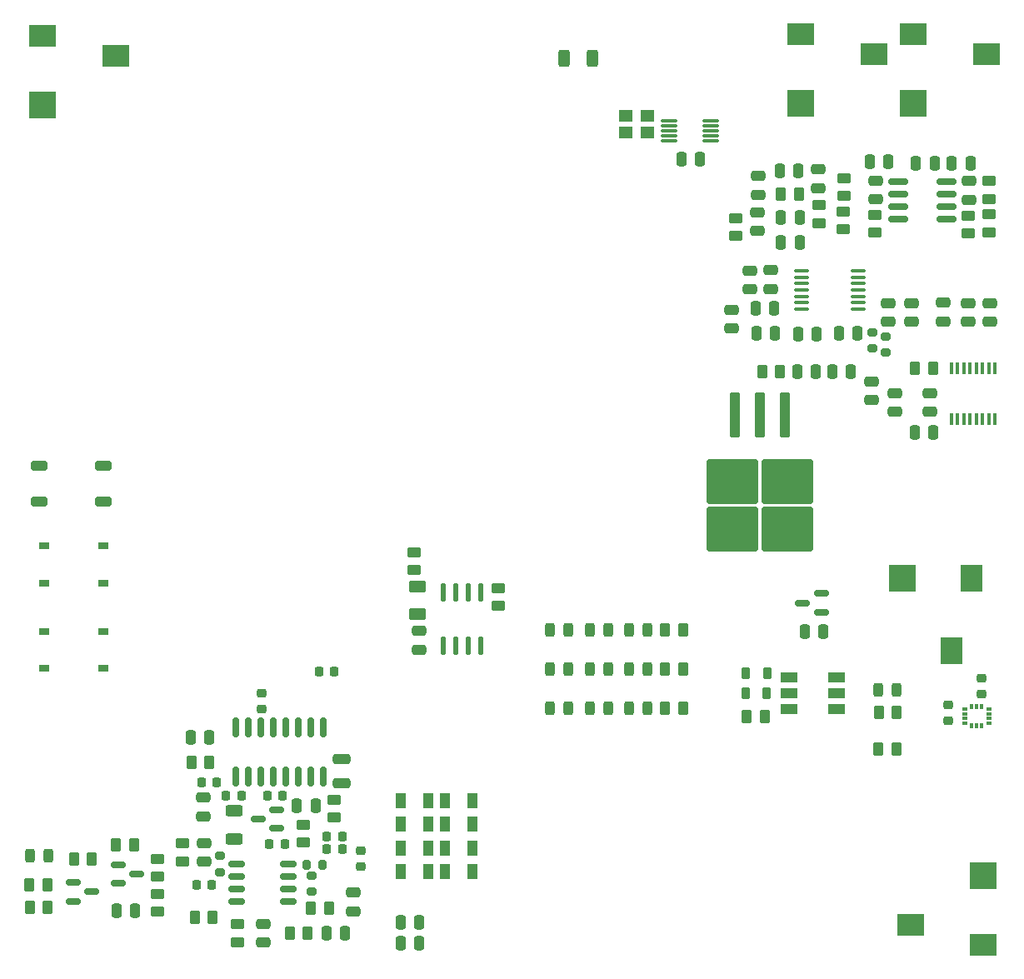
<source format=gbr>
%TF.GenerationSoftware,KiCad,Pcbnew,8.0.4+dfsg-1*%
%TF.CreationDate,2025-02-20T19:36:53-08:00*%
%TF.ProjectId,Audio_in_usd_sound_rp_pico,41756469-6f5f-4696-9e5f-7573645f736f,v0.3.0*%
%TF.SameCoordinates,Original*%
%TF.FileFunction,Paste,Top*%
%TF.FilePolarity,Positive*%
%FSLAX46Y46*%
G04 Gerber Fmt 4.6, Leading zero omitted, Abs format (unit mm)*
G04 Created by KiCad (PCBNEW 8.0.4+dfsg-1) date 2025-02-20 19:36:53*
%MOMM*%
%LPD*%
G01*
G04 APERTURE LIST*
G04 Aperture macros list*
%AMRoundRect*
0 Rectangle with rounded corners*
0 $1 Rounding radius*
0 $2 $3 $4 $5 $6 $7 $8 $9 X,Y pos of 4 corners*
0 Add a 4 corners polygon primitive as box body*
4,1,4,$2,$3,$4,$5,$6,$7,$8,$9,$2,$3,0*
0 Add four circle primitives for the rounded corners*
1,1,$1+$1,$2,$3*
1,1,$1+$1,$4,$5*
1,1,$1+$1,$6,$7*
1,1,$1+$1,$8,$9*
0 Add four rect primitives between the rounded corners*
20,1,$1+$1,$2,$3,$4,$5,0*
20,1,$1+$1,$4,$5,$6,$7,0*
20,1,$1+$1,$6,$7,$8,$9,0*
20,1,$1+$1,$8,$9,$2,$3,0*%
G04 Aperture macros list end*
%ADD10R,0.576580X0.351536*%
%ADD11R,0.351536X0.576580*%
%ADD12R,2.800000X2.800000*%
%ADD13R,2.200000X2.800000*%
%ADD14R,2.800000X2.200000*%
%ADD15RoundRect,0.225000X-0.250000X0.225000X-0.250000X-0.225000X0.250000X-0.225000X0.250000X0.225000X0*%
%ADD16RoundRect,0.200000X-0.275000X0.200000X-0.275000X-0.200000X0.275000X-0.200000X0.275000X0.200000X0*%
%ADD17RoundRect,0.200000X0.275000X-0.200000X0.275000X0.200000X-0.275000X0.200000X-0.275000X-0.200000X0*%
%ADD18RoundRect,0.225000X0.225000X0.250000X-0.225000X0.250000X-0.225000X-0.250000X0.225000X-0.250000X0*%
%ADD19RoundRect,0.225000X0.250000X-0.225000X0.250000X0.225000X-0.250000X0.225000X-0.250000X-0.225000X0*%
%ADD20RoundRect,0.225000X-0.225000X-0.250000X0.225000X-0.250000X0.225000X0.250000X-0.225000X0.250000X0*%
%ADD21RoundRect,0.200000X-0.200000X-0.275000X0.200000X-0.275000X0.200000X0.275000X-0.200000X0.275000X0*%
%ADD22RoundRect,0.250000X0.475000X-0.250000X0.475000X0.250000X-0.475000X0.250000X-0.475000X-0.250000X0*%
%ADD23RoundRect,0.248780X-0.451220X0.261220X-0.451220X-0.261220X0.451220X-0.261220X0.451220X0.261220X0*%
%ADD24RoundRect,0.150000X-0.675000X-0.150000X0.675000X-0.150000X0.675000X0.150000X-0.675000X0.150000X0*%
%ADD25RoundRect,0.250000X-0.300000X-0.550000X0.300000X-0.550000X0.300000X0.550000X-0.300000X0.550000X0*%
%ADD26RoundRect,0.250000X-0.450000X0.262500X-0.450000X-0.262500X0.450000X-0.262500X0.450000X0.262500X0*%
%ADD27RoundRect,0.248780X0.261220X0.451220X-0.261220X0.451220X-0.261220X-0.451220X0.261220X-0.451220X0*%
%ADD28RoundRect,0.218750X-0.218750X-0.381250X0.218750X-0.381250X0.218750X0.381250X-0.218750X0.381250X0*%
%ADD29RoundRect,0.248780X-0.261220X-0.451220X0.261220X-0.451220X0.261220X0.451220X-0.261220X0.451220X0*%
%ADD30RoundRect,0.250000X-0.262500X-0.450000X0.262500X-0.450000X0.262500X0.450000X-0.262500X0.450000X0*%
%ADD31RoundRect,0.250000X-0.475000X0.250000X-0.475000X-0.250000X0.475000X-0.250000X0.475000X0.250000X0*%
%ADD32RoundRect,0.250000X0.262500X0.450000X-0.262500X0.450000X-0.262500X-0.450000X0.262500X-0.450000X0*%
%ADD33RoundRect,0.250000X0.450000X-0.262500X0.450000X0.262500X-0.450000X0.262500X-0.450000X-0.262500X0*%
%ADD34RoundRect,0.250000X-0.250000X-0.475000X0.250000X-0.475000X0.250000X0.475000X-0.250000X0.475000X0*%
%ADD35RoundRect,0.248780X0.451220X-0.261220X0.451220X0.261220X-0.451220X0.261220X-0.451220X-0.261220X0*%
%ADD36RoundRect,0.150000X-0.590000X-0.150000X0.590000X-0.150000X0.590000X0.150000X-0.590000X0.150000X0*%
%ADD37RoundRect,0.242500X-0.242500X-0.457500X0.242500X-0.457500X0.242500X0.457500X-0.242500X0.457500X0*%
%ADD38RoundRect,0.243750X-0.243750X-0.456250X0.243750X-0.456250X0.243750X0.456250X-0.243750X0.456250X0*%
%ADD39RoundRect,0.100000X-0.637500X-0.100000X0.637500X-0.100000X0.637500X0.100000X-0.637500X0.100000X0*%
%ADD40RoundRect,0.250000X0.250000X0.475000X-0.250000X0.475000X-0.250000X-0.475000X0.250000X-0.475000X0*%
%ADD41R,1.000000X0.750000*%
%ADD42RoundRect,0.250000X-0.650000X-0.250000X0.650000X-0.250000X0.650000X0.250000X-0.650000X0.250000X0*%
%ADD43RoundRect,0.150000X0.587500X0.150000X-0.587500X0.150000X-0.587500X-0.150000X0.587500X-0.150000X0*%
%ADD44RoundRect,0.150000X0.590000X0.150000X-0.590000X0.150000X-0.590000X-0.150000X0.590000X-0.150000X0*%
%ADD45O,0.570000X1.950000*%
%ADD46RoundRect,0.087500X-0.725000X-0.087500X0.725000X-0.087500X0.725000X0.087500X-0.725000X0.087500X0*%
%ADD47R,1.800000X1.100000*%
%ADD48RoundRect,0.250000X-0.312500X-0.625000X0.312500X-0.625000X0.312500X0.625000X-0.312500X0.625000X0*%
%ADD49R,1.400000X1.200000*%
%ADD50R,0.400000X1.200000*%
%ADD51RoundRect,0.250000X-0.300000X2.050000X-0.300000X-2.050000X0.300000X-2.050000X0.300000X2.050000X0*%
%ADD52RoundRect,0.250000X-2.375000X2.025000X-2.375000X-2.025000X2.375000X-2.025000X2.375000X2.025000X0*%
%ADD53RoundRect,0.250000X0.625000X-0.312500X0.625000X0.312500X-0.625000X0.312500X-0.625000X-0.312500X0*%
%ADD54RoundRect,0.250000X0.600000X0.250000X-0.600000X0.250000X-0.600000X-0.250000X0.600000X-0.250000X0*%
%ADD55RoundRect,0.150000X-0.150000X0.825000X-0.150000X-0.825000X0.150000X-0.825000X0.150000X0.825000X0*%
%ADD56RoundRect,0.250000X-0.625000X0.375000X-0.625000X-0.375000X0.625000X-0.375000X0.625000X0.375000X0*%
%ADD57RoundRect,0.150000X-0.825000X-0.150000X0.825000X-0.150000X0.825000X0.150000X-0.825000X0.150000X0*%
G04 APERTURE END LIST*
D10*
%TO.C,U1*%
X186330300Y-121325001D03*
X186330300Y-120825000D03*
X186330300Y-120325000D03*
X186330300Y-119824999D03*
D11*
X185619999Y-119618700D03*
X185120000Y-119618700D03*
X184620001Y-119618700D03*
D10*
X183909700Y-119824999D03*
X183909700Y-120325000D03*
X183909700Y-120825000D03*
X183909700Y-121325001D03*
D11*
X184620001Y-121531300D03*
X185120000Y-121531300D03*
X185619999Y-121531300D03*
%TD*%
D12*
%TO.C,J17*%
X177590000Y-106545000D03*
D13*
X184590000Y-106545000D03*
X182590000Y-113945000D03*
%TD*%
D14*
%TO.C,J16*%
X178380000Y-141815000D03*
X185780000Y-143815000D03*
D12*
X185780000Y-136815000D03*
%TD*%
D14*
%TO.C,J15*%
X97600000Y-53445000D03*
X90200000Y-51445000D03*
D12*
X90200000Y-58445000D03*
%TD*%
D14*
%TO.C,J12*%
X186100000Y-53275000D03*
X178700000Y-51275000D03*
D12*
X178700000Y-58275000D03*
%TD*%
D14*
%TO.C,J1*%
X174660000Y-53275000D03*
X167260000Y-51275000D03*
D12*
X167260000Y-58275000D03*
%TD*%
D15*
%TO.C,C47*%
X185650000Y-116735000D03*
X185650000Y-118295000D03*
%TD*%
D16*
%TO.C,R11*%
X175890000Y-81965000D03*
X175890000Y-83605000D03*
%TD*%
D17*
%TO.C,R1*%
X174490000Y-83185000D03*
X174490000Y-81545000D03*
%TD*%
D18*
%TO.C,C41*%
X110400000Y-128665000D03*
X108840000Y-128665000D03*
%TD*%
D19*
%TO.C,C2*%
X182190000Y-121015000D03*
X182190000Y-119455000D03*
%TD*%
D20*
%TO.C,C52*%
X106358000Y-127313000D03*
X107918000Y-127313000D03*
%TD*%
D19*
%TO.C,C38*%
X122570000Y-135812107D03*
X122570000Y-134252107D03*
%TD*%
D21*
%TO.C,R22*%
X116994000Y-135675000D03*
X118634000Y-135675000D03*
%TD*%
D16*
%TO.C,R20*%
X117510000Y-136795000D03*
X117510000Y-138435000D03*
%TD*%
%TO.C,R10*%
X108240000Y-134775000D03*
X108240000Y-136415000D03*
%TD*%
D20*
%TO.C,C43*%
X119100000Y-132800000D03*
X120660000Y-132800000D03*
%TD*%
D18*
%TO.C,C37*%
X114595000Y-128630000D03*
X113035000Y-128630000D03*
%TD*%
D15*
%TO.C,C36*%
X112480000Y-118277000D03*
X112480000Y-119837000D03*
%TD*%
D18*
%TO.C,C35*%
X107390000Y-137725000D03*
X105830000Y-137725000D03*
%TD*%
%TO.C,C34*%
X114790000Y-133575000D03*
X113230000Y-133575000D03*
%TD*%
%TO.C,C54*%
X120644000Y-134061000D03*
X119084000Y-134061000D03*
%TD*%
D22*
%TO.C,C57*%
X160250000Y-81175000D03*
X160250000Y-79275000D03*
%TD*%
D23*
%TO.C,R43*%
X160660000Y-69975000D03*
X160660000Y-71795000D03*
%TD*%
D24*
%TO.C,U9*%
X109945000Y-135585000D03*
X109945000Y-136855000D03*
X109945000Y-138125000D03*
X109945000Y-139395000D03*
X115195000Y-139395000D03*
X115195000Y-138125000D03*
X115195000Y-136855000D03*
X115195000Y-135585000D03*
%TD*%
D25*
%TO.C,D5*%
X126560000Y-133975000D03*
X129360000Y-133975000D03*
%TD*%
D26*
%TO.C,R35*%
X136460000Y-107562500D03*
X136460000Y-109387500D03*
%TD*%
D27*
%TO.C,R42*%
X176950000Y-123955000D03*
X175130000Y-123955000D03*
%TD*%
D28*
%TO.C,R32*%
X161635000Y-118275000D03*
X163760000Y-118275000D03*
%TD*%
D29*
%TO.C,R5*%
X88910000Y-140025000D03*
X90730000Y-140025000D03*
%TD*%
D22*
%TO.C,C40*%
X112610000Y-143600000D03*
X112610000Y-141700000D03*
%TD*%
D30*
%TO.C,R27*%
X115317500Y-142645000D03*
X117142500Y-142645000D03*
%TD*%
D31*
%TO.C,C7*%
X162900000Y-65705000D03*
X162900000Y-67605000D03*
%TD*%
D32*
%TO.C,R3*%
X167030000Y-67510000D03*
X165205000Y-67510000D03*
%TD*%
D33*
%TO.C,R19*%
X104410000Y-135337500D03*
X104410000Y-133512500D03*
%TD*%
D34*
%TO.C,C4*%
X165100000Y-65120000D03*
X167000000Y-65120000D03*
%TD*%
D35*
%TO.C,R18*%
X171620000Y-67735000D03*
X171620000Y-65915000D03*
%TD*%
D36*
%TO.C,Q1*%
X93330000Y-137475000D03*
X93330000Y-139375000D03*
X95210000Y-138425000D03*
%TD*%
D37*
%TO.C,D1*%
X88880000Y-134725000D03*
X90760000Y-134725000D03*
%TD*%
D34*
%TO.C,C50*%
X126600000Y-143635000D03*
X128500000Y-143635000D03*
%TD*%
D22*
%TO.C,C20*%
X174400000Y-88465000D03*
X174400000Y-86565000D03*
%TD*%
D38*
%TO.C,D17*%
X145772500Y-115815000D03*
X147647500Y-115815000D03*
%TD*%
D22*
%TO.C,C11*%
X162850000Y-71275000D03*
X162850000Y-69375000D03*
%TD*%
D25*
%TO.C,D12*%
X131060000Y-131575000D03*
X133860000Y-131575000D03*
%TD*%
D31*
%TO.C,C33*%
X106590000Y-135365000D03*
X106590000Y-133465000D03*
%TD*%
D29*
%TO.C,R30*%
X105310000Y-125235000D03*
X107130000Y-125235000D03*
%TD*%
D34*
%TO.C,C32*%
X174240000Y-64255000D03*
X176140000Y-64255000D03*
%TD*%
D39*
%TO.C,U2*%
X167350000Y-75320000D03*
X167350000Y-75970000D03*
X167350000Y-76620000D03*
X167350000Y-77270000D03*
X167350000Y-77920000D03*
X167350000Y-78570000D03*
X167350000Y-79220000D03*
X173075000Y-79220000D03*
X173075000Y-78570000D03*
X173075000Y-77920000D03*
X173075000Y-77270000D03*
X173075000Y-76620000D03*
X173075000Y-75970000D03*
X173075000Y-75320000D03*
%TD*%
D40*
%TO.C,C17*%
X99610000Y-140325000D03*
X97710000Y-140325000D03*
%TD*%
D22*
%TO.C,C12*%
X164215000Y-77165000D03*
X164215000Y-75265000D03*
%TD*%
%TO.C,C28*%
X184320000Y-68115000D03*
X184320000Y-66215000D03*
%TD*%
D32*
%TO.C,R12*%
X180660000Y-85245000D03*
X178835000Y-85245000D03*
%TD*%
D41*
%TO.C,SW1*%
X90390000Y-111990000D03*
X96390000Y-111990000D03*
X90390000Y-115740000D03*
X96390000Y-115740000D03*
%TD*%
D42*
%TO.C,X1*%
X120585000Y-124910000D03*
X120585000Y-127410000D03*
%TD*%
D30*
%TO.C,R34*%
X161760000Y-120575000D03*
X163585000Y-120575000D03*
%TD*%
D31*
%TO.C,C44*%
X121750000Y-138485000D03*
X121750000Y-140385000D03*
%TD*%
D38*
%TO.C,D14*%
X141772500Y-115815000D03*
X143647500Y-115815000D03*
%TD*%
D35*
%TO.C,R29*%
X116680000Y-133425000D03*
X116680000Y-131605000D03*
%TD*%
D34*
%TO.C,C49*%
X126560000Y-141495000D03*
X128460000Y-141495000D03*
%TD*%
%TO.C,C46*%
X105260000Y-122745000D03*
X107160000Y-122745000D03*
%TD*%
D29*
%TO.C,R8*%
X97660000Y-133675000D03*
X99480000Y-133675000D03*
%TD*%
D31*
%TO.C,C21*%
X181690000Y-78565000D03*
X181690000Y-80465000D03*
%TD*%
%TO.C,C39*%
X106550000Y-128835000D03*
X106550000Y-130735000D03*
%TD*%
D41*
%TO.C,SW2*%
X90330000Y-103290000D03*
X96330000Y-103290000D03*
X90330000Y-107040000D03*
X96330000Y-107040000D03*
%TD*%
D26*
%TO.C,R23*%
X109960000Y-141700000D03*
X109960000Y-143525000D03*
%TD*%
D22*
%TO.C,C26*%
X176140000Y-80495000D03*
X176140000Y-78595000D03*
%TD*%
D34*
%TO.C,C56*%
X170425000Y-85550000D03*
X172325000Y-85550000D03*
%TD*%
%TO.C,C30*%
X178930000Y-64355000D03*
X180830000Y-64355000D03*
%TD*%
D30*
%TO.C,R25*%
X117455000Y-140115000D03*
X119280000Y-140115000D03*
%TD*%
D26*
%TO.C,R2*%
X169060000Y-68660000D03*
X169060000Y-70485000D03*
%TD*%
D43*
%TO.C,U5*%
X169310000Y-110025000D03*
X169310000Y-108125000D03*
X167435000Y-109075000D03*
%TD*%
D36*
%TO.C,Q2*%
X97880000Y-135675000D03*
X97880000Y-137575000D03*
X99760000Y-136625000D03*
%TD*%
D29*
%TO.C,R4*%
X88860000Y-137675000D03*
X90680000Y-137675000D03*
%TD*%
D22*
%TO.C,C23*%
X176810000Y-89635000D03*
X176810000Y-87735000D03*
%TD*%
D34*
%TO.C,C14*%
X162710000Y-81685000D03*
X164610000Y-81685000D03*
%TD*%
D38*
%TO.C,D20*%
X149797500Y-115815000D03*
X151672500Y-115815000D03*
%TD*%
D22*
%TO.C,C19*%
X180380000Y-89665000D03*
X180380000Y-87765000D03*
%TD*%
D25*
%TO.C,D8*%
X131060000Y-129175000D03*
X133860000Y-129175000D03*
%TD*%
D38*
%TO.C,D18*%
X145772500Y-119790000D03*
X147647500Y-119790000D03*
%TD*%
D25*
%TO.C,D10*%
X131060000Y-136375000D03*
X133860000Y-136375000D03*
%TD*%
D44*
%TO.C,Q3*%
X114010000Y-131975000D03*
X114010000Y-130075000D03*
X112130000Y-131025000D03*
%TD*%
D35*
%TO.C,R9*%
X101860000Y-140445000D03*
X101860000Y-138625000D03*
%TD*%
D22*
%TO.C,C27*%
X186460000Y-80495000D03*
X186460000Y-78595000D03*
%TD*%
D34*
%TO.C,C9*%
X165240000Y-72425000D03*
X167140000Y-72425000D03*
%TD*%
D40*
%TO.C,C6*%
X167140000Y-69885000D03*
X165240000Y-69885000D03*
%TD*%
D45*
%TO.C,U13*%
X130930000Y-113405000D03*
X132200000Y-113405000D03*
X133480000Y-113405000D03*
X134750000Y-113405000D03*
X134750000Y-107985000D03*
X133480000Y-107985000D03*
X132200000Y-107985000D03*
X130930000Y-107985000D03*
%TD*%
D33*
%TO.C,R36*%
X127970000Y-105755000D03*
X127970000Y-103930000D03*
%TD*%
D29*
%TO.C,R7*%
X93390000Y-135125000D03*
X95210000Y-135125000D03*
%TD*%
D32*
%TO.C,R39*%
X155297500Y-111815000D03*
X153472500Y-111815000D03*
%TD*%
D29*
%TO.C,R31*%
X175170000Y-120215000D03*
X176990000Y-120215000D03*
%TD*%
D34*
%TO.C,C18*%
X178800000Y-91735000D03*
X180700000Y-91735000D03*
%TD*%
D38*
%TO.C,D19*%
X149772500Y-111815000D03*
X151647500Y-111815000D03*
%TD*%
D35*
%TO.C,R14*%
X184270000Y-71525000D03*
X184270000Y-69705000D03*
%TD*%
D38*
%TO.C,D15*%
X141772500Y-119790000D03*
X143647500Y-119790000D03*
%TD*%
D46*
%TO.C,U4*%
X153895000Y-60105000D03*
X153895000Y-60605000D03*
X153895000Y-61105000D03*
X153895000Y-61605000D03*
X153895000Y-62105000D03*
X158120000Y-62105000D03*
X158120000Y-61605000D03*
X158120000Y-61105000D03*
X158120000Y-60605000D03*
X158120000Y-60105000D03*
%TD*%
D38*
%TO.C,D21*%
X149772500Y-119790000D03*
X151647500Y-119790000D03*
%TD*%
D47*
%TO.C,D4*%
X166060000Y-116675000D03*
X166060000Y-118275000D03*
X166060000Y-119875000D03*
X170860000Y-119875000D03*
X170860000Y-118275000D03*
X170860000Y-116675000D03*
%TD*%
D34*
%TO.C,C8*%
X166940000Y-81725000D03*
X168840000Y-81725000D03*
%TD*%
D48*
%TO.C,R38*%
X143165000Y-53735000D03*
X146090000Y-53735000D03*
%TD*%
D40*
%TO.C,C24*%
X173010000Y-81685000D03*
X171110000Y-81685000D03*
%TD*%
D35*
%TO.C,R15*%
X174780000Y-71445000D03*
X174780000Y-69625000D03*
%TD*%
%TO.C,R17*%
X186360000Y-68005000D03*
X186360000Y-66185000D03*
%TD*%
D40*
%TO.C,C16*%
X169560000Y-111975000D03*
X167660000Y-111975000D03*
%TD*%
D35*
%TO.C,R13*%
X186360000Y-71395000D03*
X186360000Y-69575000D03*
%TD*%
D38*
%TO.C,D13*%
X141772500Y-111815000D03*
X143647500Y-111815000D03*
%TD*%
D40*
%TO.C,C42*%
X120930000Y-142645000D03*
X119030000Y-142645000D03*
%TD*%
D32*
%TO.C,R21*%
X107480000Y-140985000D03*
X105655000Y-140985000D03*
%TD*%
D22*
%TO.C,C25*%
X184240000Y-80485000D03*
X184240000Y-78585000D03*
%TD*%
D35*
%TO.C,R6*%
X101910000Y-136875000D03*
X101910000Y-135055000D03*
%TD*%
D37*
%TO.C,D3*%
X175130000Y-117925000D03*
X177010000Y-117925000D03*
%TD*%
D35*
%TO.C,R16*%
X171580000Y-71115000D03*
X171580000Y-69295000D03*
%TD*%
D49*
%TO.C,Y1*%
X149420000Y-61305000D03*
X151620000Y-61305000D03*
X151620000Y-59605000D03*
X149420000Y-59605000D03*
%TD*%
D50*
%TO.C,U7*%
X182545000Y-90385000D03*
X183180000Y-90385000D03*
X183815000Y-90385000D03*
X184450000Y-90385000D03*
X185085000Y-90385000D03*
X185720000Y-90385000D03*
X186355000Y-90385000D03*
X186990000Y-90385000D03*
X186990000Y-85185000D03*
X186355000Y-85185000D03*
X185720000Y-85185000D03*
X185085000Y-85185000D03*
X184450000Y-85185000D03*
X183815000Y-85185000D03*
X183180000Y-85185000D03*
X182545000Y-85185000D03*
%TD*%
D51*
%TO.C,U17*%
X165605000Y-90004000D03*
X163065000Y-90004000D03*
D52*
X165840000Y-96729000D03*
X160290000Y-96729000D03*
X165840000Y-101579000D03*
X160290000Y-101579000D03*
D51*
X160525000Y-90004000D03*
%TD*%
D53*
%TO.C,R24*%
X109630000Y-133100000D03*
X109630000Y-130175000D03*
%TD*%
D25*
%TO.C,D6*%
X131060000Y-133975000D03*
X133860000Y-133975000D03*
%TD*%
D34*
%TO.C,C10*%
X162625000Y-79145000D03*
X164525000Y-79145000D03*
%TD*%
D40*
%TO.C,C55*%
X168795000Y-85530000D03*
X166895000Y-85530000D03*
%TD*%
D31*
%TO.C,C22*%
X178530000Y-78605000D03*
X178530000Y-80505000D03*
%TD*%
D38*
%TO.C,D16*%
X145772500Y-111815000D03*
X147647500Y-111815000D03*
%TD*%
D32*
%TO.C,R41*%
X155272500Y-119790000D03*
X153447500Y-119790000D03*
%TD*%
D28*
%TO.C,R33*%
X161685000Y-116175000D03*
X163810000Y-116175000D03*
%TD*%
D25*
%TO.C,D7*%
X126560000Y-129175000D03*
X129360000Y-129175000D03*
%TD*%
D34*
%TO.C,C31*%
X182570000Y-64395000D03*
X184470000Y-64395000D03*
%TD*%
D54*
%TO.C,S2*%
X96410000Y-98805000D03*
X89810000Y-98805000D03*
X96410000Y-95105000D03*
X89810000Y-95105000D03*
%TD*%
D55*
%TO.C,U10*%
X118705000Y-121730000D03*
X117435000Y-121730000D03*
X116165000Y-121730000D03*
X114895000Y-121730000D03*
X113625000Y-121730000D03*
X112355000Y-121730000D03*
X111085000Y-121730000D03*
X109815000Y-121730000D03*
X109815000Y-126680000D03*
X111085000Y-126680000D03*
X112355000Y-126680000D03*
X113625000Y-126680000D03*
X114895000Y-126680000D03*
X116165000Y-126680000D03*
X117435000Y-126680000D03*
X118705000Y-126680000D03*
%TD*%
D25*
%TO.C,D9*%
X126560000Y-136375000D03*
X129360000Y-136375000D03*
%TD*%
%TO.C,D11*%
X126560000Y-131575000D03*
X129360000Y-131575000D03*
%TD*%
D56*
%TO.C,IR-LED1*%
X128270000Y-107405000D03*
X128270000Y-110205000D03*
%TD*%
D33*
%TO.C,R28*%
X119830000Y-130865000D03*
X119830000Y-129040000D03*
%TD*%
D32*
%TO.C,R40*%
X155272500Y-115815000D03*
X153447500Y-115815000D03*
%TD*%
D30*
%TO.C,R44*%
X163322500Y-85590000D03*
X165147500Y-85590000D03*
%TD*%
D31*
%TO.C,C13*%
X162035000Y-75285000D03*
X162035000Y-77185000D03*
%TD*%
D57*
%TO.C,U8*%
X177105000Y-66255000D03*
X177105000Y-67525000D03*
X177105000Y-68795000D03*
X177105000Y-70065000D03*
X182055000Y-70065000D03*
X182055000Y-68795000D03*
X182055000Y-67525000D03*
X182055000Y-66255000D03*
%TD*%
D40*
%TO.C,C45*%
X117930000Y-129675000D03*
X116030000Y-129675000D03*
%TD*%
D34*
%TO.C,C15*%
X155090000Y-63935000D03*
X156990000Y-63935000D03*
%TD*%
D22*
%TO.C,C29*%
X174880000Y-68065000D03*
X174880000Y-66165000D03*
%TD*%
D31*
%TO.C,C3*%
X168990000Y-65015000D03*
X168990000Y-66915000D03*
%TD*%
%TO.C,C51*%
X128420000Y-111905000D03*
X128420000Y-113805000D03*
%TD*%
D20*
%TO.C,C48*%
X118304000Y-116027000D03*
X119864000Y-116027000D03*
%TD*%
M02*

</source>
